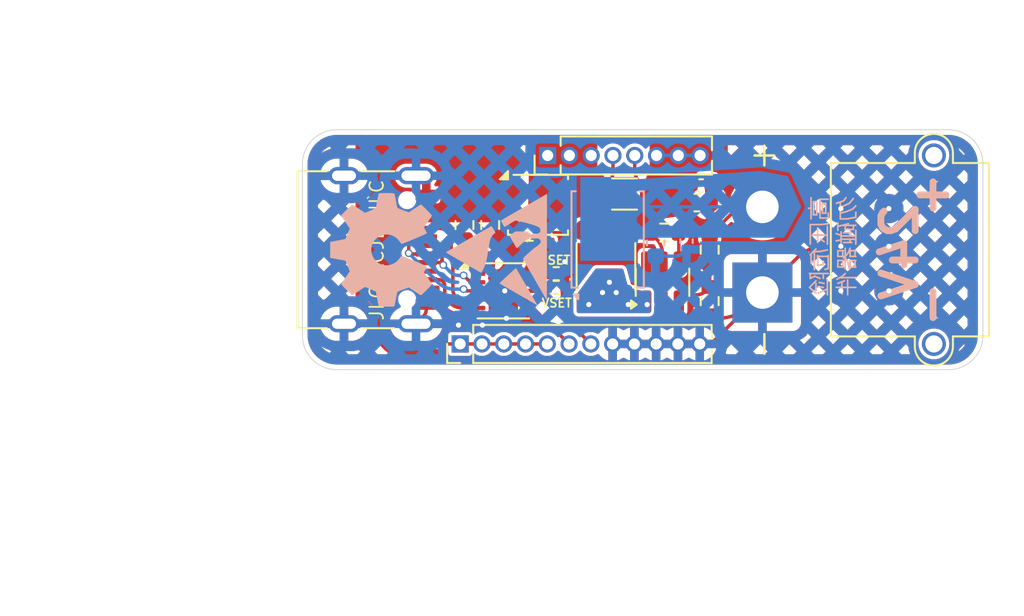
<source format=kicad_pcb>
(kicad_pcb (version 20240108) (generator "pcbnew") (generator_version "8.0")
  (layers (0 "F.Cu" signal) (31 "B.Cu" signal) (34 "B.Paste" user) (35 "F.Paste" user) (36 "B.SilkS" user "B.Silkscreen") (37 "F.SilkS" user "F.Silkscreen") (38 "B.Mask" user) (39 "F.Mask" user) (44 "Edge.Cuts" user))
  (net 0 "")
  (net 1 "GND")
  (net 2 "/HUSB238/CC2")
  (net 4 "/HUSB238/D-")
  (net 5 "/HUSB238/CC1")
  (net 6 "/HUSB238/D+")
  (net 8 "Net-(U1-ISET)")
  (net 9 "Net-(U1-VSET)")
  (net 10 "Net-(U1-VIN)")
  (net 11 "/HUSB238/SCL")
  (net 12 "/HUSB238/SDA")
  (net 13 "Net-(U2-FB)")
  (net 14 "Net-(U3-G)")
  (net 15 "/VIN-")
  (net 16 "/VIN+")
  (net 17 "+24V")
  (net 18 "/VBUS")
  (net 19 "Net-(U2-EN)")
  (net 20 "/MT3608-24V/SW")
  (net 22 "/HUSB238/gate")
  (footprint "Resistor_SMD:R_0402_1005Metric" (layer "F.Cu") (at 128.3 105.2)
    (property "Reference" "R7" (hide yes))
    (property "Value" "NC")
    (pad "1" smd roundrect (at -0.51 0) (size 0.54 0.64) (layers "F.Cu" "F.Paste" "F.Mask") (net 9 "Net-(U1-VSET)"))
    (pad "2" smd roundrect (at 0.51 0) (size 0.54 0.64) (layers "F.Cu" "F.Paste" "F.Mask") (net 1 "GND"))
  )
  (footprint "Connector_AMASS:AMASS_XT30PW-M_1x02_P2.50mm_Horizontal" (layer "F.Cu") (at 140.325 105.5 -90)
    (property "Reference" "J2" (hide yes))
    (property "Value" "Conn_01x02_Pin")
    (fp_text user "+" (at -8 0 90) (layer "F.SilkS") (effects (font (size 1.5 1.5))))
    (fp_text user "-" (at 3 0 90) (layer "F.SilkS") (effects (font (size 1.5 1.5))))
    (pad "" thru_hole circle (at -8 -10 270) (size 1.4 1.4) (drill 1) (layers "*.Cu" "*.Mask"))
    (pad "" thru_hole circle (at 3 -10 270) (size 1.4 1.4) (drill 1) (layers "*.Cu" "*.Mask"))
    (pad "1" thru_hole rect (at 0 0 270) (size 3.5 3.5) (drill 1.9) (layers "*.Cu" "*.Mask") (net 1 "GND"))
    (pad "2" thru_hole circle (at -5 0 270) (size 3.5 3.5) (drill 1.9) (layers "*.Cu" "*.Mask") (net 17 "+24V"))
  )
  (footprint "Connector_USB:USB_C_Receptacle_G-Switch_GT-USB-7010ASV" (layer "F.Cu") (at 117 103 -90)
    (property "Reference" "J1" (hide yes))
    (property "Value" "USB_C_Receptacle_USB2.0_16P")
    (pad "" np_thru_hole circle (at -2.89 -2.605 270) (size 0.65 0.65) (drill 0.65) (layers "*.Cu" "*.Mask"))
    (pad "" np_thru_hole circle (at 2.89 -2.605 270) (size 0.65 0.65) (drill 0.65) (layers "*.Cu" "*.Mask"))
    (pad "A1" smd rect (at -3.2 -3.725 270) (size 0.6 1.24) (layers "F.Cu" "F.Paste" "F.Mask") (net 1 "GND"))
    (pad "A4" smd rect (at -2.4 -3.725 270) (size 0.6 1.24) (layers "F.Cu" "F.Paste" "F.Mask") (net 18 "/VBUS"))
    (pad "A5" smd rect (at -1.25 -3.725 270) (size 0.3 1.24) (layers "F.Cu" "F.Paste" "F.Mask") (net 5 "/HUSB238/CC1"))
    (pad "A6" smd rect (at -0.25 -3.725 270) (size 0.3 1.24) (layers "F.Cu" "F.Paste" "F.Mask") (net 6 "/HUSB238/D+"))
    (pad "A7" smd rect (at 0.25 -3.725 270) (size 0.3 1.24) (layers "F.Cu" "F.Paste" "F.Mask") (net 4 "/HUSB238/D-"))
    (pad "A8" smd rect (at 1.25 -3.725 270) (size 0.3 1.24) (layers "F.Cu" "F.Paste" "F.Mask"))
    (pad "A9" smd rect (at 2.4 -3.725 270) (size 0.6 1.24) (layers "F.Cu" "F.Paste" "F.Mask") (net 18 "/VBUS"))
    (pad "A12" smd rect (at 3.2 -3.725 270) (size 0.6 1.24) (layers "F.Cu" "F.Paste" "F.Mask") (net 1 "GND"))
    (pad "B1" smd rect (at 3.2 -3.725 270) (size 0.6 1.24) (layers "F.Cu" "F.Paste" "F.Mask") (net 1 "GND"))
    (pad "B4" smd rect (at 2.4 -3.725 270) (size 0.6 1.24) (layers "F.Cu" "F.Paste" "F.Mask") (net 18 "/VBUS"))
    (pad "B5" smd rect (at 1.75 -3.725 270) (size 0.3 1.24) (layers "F.Cu" "F.Paste" "F.Mask") (net 2 "/HUSB238/CC2"))
    (pad "B6" smd rect (at 0.75 -3.725 270) (size 0.3 1.24) (layers "F.Cu" "F.Paste" "F.Mask") (net 6 "/HUSB238/D+"))
    (pad "B7" smd rect (at -0.75 -3.725 270) (size 0.3 1.24) (layers "F.Cu" "F.Paste" "F.Mask") (net 4 "/HUSB238/D-"))
    (pad "B8" smd rect (at -1.75 -3.725 270) (size 0.3 1.24) (layers "F.Cu" "F.Paste" "F.Mask"))
    (pad "B9" smd rect (at -2.4 -3.725 270) (size 0.6 1.24) (layers "F.Cu" "F.Paste" "F.Mask") (net 18 "/VBUS"))
    (pad "B12" smd rect (at -3.2 -3.725 270) (size 0.6 1.24) (layers "F.Cu" "F.Paste" "F.Mask") (net 1 "GND"))
    (pad "S1" thru_hole oval (at -4.32 -3.125 270) (size 1 2.1) (drill oval 0.6 1.7) (layers "*.Cu" "*.Mask") (net 1 "GND"))
    (pad "S1" thru_hole oval (at -4.32 1.075 270) (size 1 1.8) (drill oval 0.6 1.4) (layers "*.Cu" "*.Mask") (net 1 "GND"))
    (pad "S1" thru_hole oval (at 4.32 -3.125 270) (size 1 2.1) (drill oval 0.6 1.7) (layers "*.Cu" "*.Mask") (net 1 "GND"))
    (pad "S1" thru_hole oval (at 4.32 1.075 270) (size 1 1.8) (drill oval 0.6 1.4) (layers "*.Cu" "*.Mask") (net 1 "GND"))
  )
  (footprint "Inductor_SMD:L_1812_4532Metric" (layer "F.Cu") (at 131.2 104 -90)
    (property "Reference" "L1" (hide yes))
    (property "Value" "22uH")
    (pad "1" smd roundrect (at -2.1375 0 270) (size 1.125 3.4) (layers "F.Cu" "F.Paste" "F.Mask") (roundrect_rratio 0.222222) (net 15 "/VIN-"))
    (pad "2" smd roundrect (at 2.1375 0 270) (size 1.125 3.4) (layers "F.Cu" "F.Paste" "F.Mask") (roundrect_rratio 0.222222) (net 20 "/MT3608-24V/SW"))
  )
  (footprint "Capacitor_SMD:C_0402_1005Metric" (layer "F.Cu") (at 136.75 99.25)
    (property "Reference" "C2" (hide yes))
    (property "Value" "1uF")
    (pad "1" smd roundrect (at -0.48 0) (size 0.56 0.62) (layers "F.Cu" "F.Paste" "F.Mask") (net 15 "/VIN-"))
    (pad "2" smd roundrect (at 0.48 0) (size 0.56 0.62) (layers "F.Cu" "F.Paste" "F.Mask") (net 1 "GND"))
  )
  (footprint "Connector_PinHeader_1.27mm:PinHeader_1x12_P1.27mm_Vertical" (layer "F.Cu") (at 122.7 108.5 90)
    (property "Reference" "J5" (hide yes))
    (property "Value" "Conn_01x12_Pin")
    (pad "1" thru_hole rect (at 0 0 90) (size 1 1) (drill 0.65) (layers "*.Cu" "*.Mask") (net 18 "/VBUS"))
    (pad "2" thru_hole oval (at 0 1.27 90) (size 1 1) (drill 0.65) (layers "*.Cu" "*.Mask") (net 18 "/VBUS"))
    (pad "3" thru_hole oval (at 0 2.54 90) (size 1 1) (drill 0.65) (layers "*.Cu" "*.Mask") (net 18 "/VBUS"))
    (pad "4" thru_hole oval (at 0 3.81 90) (size 1 1) (drill 0.65) (layers "*.Cu" "*.Mask") (net 18 "/VBUS"))
    (pad "5" thru_hole oval (at 0 5.08 90) (size 1 1) (drill 0.65) (layers "*.Cu" "*.Mask") (net 18 "/VBUS"))
    (pad "6" thru_hole oval (at 0 6.35 90) (size 1 1) (drill 0.65) (layers "*.Cu" "*.Mask") (net 12 "/HUSB238/SDA"))
    (pad "7" thru_hole oval (at 0 7.62 90) (size 1 1) (drill 0.65) (layers "*.Cu" "*.Mask") (net 11 "/HUSB238/SCL"))
    (pad "8" thru_hole oval (at 0 8.89 90) (size 1 1) (drill 0.65) (layers "*.Cu" "*.Mask") (net 1 "GND"))
    (pad "9" thru_hole oval (at 0 10.16 90) (size 1 1) (drill 0.65) (layers "*.Cu" "*.Mask") (net 1 "GND"))
    (pad "10" thru_hole oval (at 0 11.43 90) (size 1 1) (drill 0.65) (layers "*.Cu" "*.Mask") (net 1 "GND"))
    (pad "11" thru_hole oval (at 0 12.7 90) (size 1 1) (drill 0.65) (layers "*.Cu" "*.Mask") (net 1 "GND"))
    (pad "12" thru_hole oval (at 0 13.97 90) (size 1 1) (drill 0.65) (layers "*.Cu" "*.Mask") (net 1 "GND"))
  )
  (footprint "Resistor_SMD:R_1206_3216Metric" (layer "F.Cu") (at 132.2875 99.75)
    (property "Reference" "R8" (hide yes))
    (property "Value" "20mR")
    (pad "1" smd roundrect (at -1.4625 0) (size 1.125 1.75) (layers "F.Cu" "F.Paste" "F.Mask") (roundrect_rratio 0.222222) (net 16 "/VIN+"))
    (pad "2" smd roundrect (at 1.4625 0) (size 1.125 1.75) (layers "F.Cu" "F.Paste" "F.Mask") (roundrect_rratio 0.222222) (net 15 "/VIN-"))
  )
  (footprint "Resistor_SMD:R_0603_1608Metric" (layer "F.Cu") (at 137.25 103 -90)
    (property "Reference" "R5" (hide yes))
    (property "Value" "200K")
    (pad "1" smd roundrect (at -0.825 0 270) (size 0.8 0.95) (layers "F.Cu" "F.Paste" "F.Mask") (net 17 "+24V"))
    (pad "2" smd roundrect (at 0.825 0 270) (size 0.8 0.95) (layers "F.Cu" "F.Paste" "F.Mask") (net 13 "Net-(U2-FB)"))
  )
  (footprint "Capacitor_SMD:C_0402_1005Metric" (layer "F.Cu") (at 124 103.4)
    (property "Reference" "C1" (hide yes))
    (property "Value" "1uF")
    (pad "1" smd roundrect (at -0.48 0) (size 0.56 0.62) (layers "F.Cu" "F.Paste" "F.Mask") (net 10 "Net-(U1-VIN)"))
    (pad "2" smd roundrect (at 0.48 0) (size 0.56 0.62) (layers "F.Cu" "F.Paste" "F.Mask") (net 1 "GND"))
  )
  (footprint "Package_TO_SOT_SMD:SOT-23-6" (layer "F.Cu") (at 134.5 104.9 90)
    (property "Reference" "U2" (hide yes))
    (property "Value" "MT3608")
    (pad "1" smd roundrect (at -1.1375 -0.95 90) (size 1.325 0.6) (layers "F.Cu" "F.Paste" "F.Mask") (net 20 "/MT3608-24V/SW"))
    (pad "2" smd roundrect (at -1.1375 0 90) (size 1.325 0.6) (layers "F.Cu" "F.Paste" "F.Mask") (net 1 "GND"))
    (pad "3" smd roundrect (at -1.1375 0.95 90) (size 1.325 0.6) (layers "F.Cu" "F.Paste" "F.Mask") (net 13 "Net-(U2-FB)"))
    (pad "4" smd roundrect (at 1.1375 0.95 90) (size 1.325 0.6) (layers "F.Cu" "F.Paste" "F.Mask") (net 19 "Net-(U2-EN)"))
    (pad "5" smd roundrect (at 1.1375 0 90) (size 1.325 0.6) (layers "F.Cu" "F.Paste" "F.Mask") (net 15 "/VIN-"))
    (pad "6" smd roundrect (at 1.1375 -0.95 90) (size 1.325 0.6) (layers "F.Cu" "F.Paste" "F.Mask"))
  )
  (footprint "Resistor_SMD:R_0603_1608Metric" (layer "F.Cu") (at 126.7 103)
    (property "Reference" "R3" (hide yes))
    (property "Value" "30K")
    (pad "1" smd roundrect (at -0.825 0) (size 0.8 0.95) (layers "F.Cu" "F.Paste" "F.Mask") (net 14 "Net-(U3-G)"))
    (pad "2" smd roundrect (at 0.825 0) (size 0.8 0.95) (layers "F.Cu" "F.Paste" "F.Mask") (net 22 "/HUSB238/gate"))
  )
  (footprint "Capacitor_SMD:C_0603_1608Metric" (layer "F.Cu") (at 136.5 100.25)
    (property "Reference" "C3" (hide yes))
    (property "Value" "10uF")
    (pad "1" smd roundrect (at -0.775 0) (size 0.9 0.95) (layers "F.Cu" "F.Paste" "F.Mask") (net 15 "/VIN-"))
    (pad "2" smd roundrect (at 0.775 0) (size 0.9 0.95) (layers "F.Cu" "F.Paste" "F.Mask") (net 1 "GND"))
  )
  (footprint "Resistor_SMD:R_0402_1005Metric" (layer "F.Cu") (at 128.3 104.4)
    (property "Reference" "R4" (hide yes))
    (property "Value" "10.5K")
    (pad "1" smd roundrect (at -0.51 0) (size 0.54 0.64) (layers "F.Cu" "F.Paste" "F.Mask") (net 8 "Net-(U1-ISET)"))
    (pad "2" smd roundrect (at 0.51 0) (size 0.54 0.64) (layers "F.Cu" "F.Paste" "F.Mask") (net 1 "GND"))
  )
  (footprint "Resistor_SMD:R_0603_1608Metric" (layer "F.Cu") (at 134.6 102)
    (property "Reference" "R9" (hide yes))
    (property "Value" "100K")
    (pad "1" smd roundrect (at -0.825 0) (size 0.8 0.95) (layers "F.Cu" "F.Paste" "F.Mask") (net 15 "/VIN-"))
    (pad "2" smd roundrect (at 0.825 0) (size 0.8 0.95) (layers "F.Cu" "F.Paste" "F.Mask") (net 19 "Net-(U2-EN)"))
  )
  (footprint "Connector_PinHeader_1.27mm:PinHeader_1x08_P1.27mm_Vertical" (layer "F.Cu") (at 127.8 97.5 90)
    (property "Reference" "J4" (hide yes))
    (property "Value" "Conn_01x08_Pin")
    (pad "1" thru_hole rect (at 0 0 90) (size 1 1) (drill 0.65) (layers "*.Cu" "*.Mask") (net 16 "/VIN+"))
    (pad "2" thru_hole oval (at 0 1.27 90) (size 1 1) (drill 0.65) (layers "*.Cu" "*.Mask") (net 16 "/VIN+"))
    (pad "3" thru_hole oval (at 0 2.54 90) (size 1 1) (drill 0.65) (layers "*.Cu" "*.Mask") (net 16 "/VIN+"))
    (pad "4" thru_hole oval (at 0 3.81 90) (size 1 1) (drill 0.65) (layers "*.Cu" "*.Mask") (net 16 "/VIN+"))
    (pad "5" thru_hole oval (at 0 5.08 90) (size 1 1) (drill 0.65) (layers "*.Cu" "*.Mask") (net 15 "/VIN-"))
    (pad "6" thru_hole oval (at 0 6.35 90) (size 1 1) (drill 0.65) (layers "*.Cu" "*.Mask") (net 15 "/VIN-"))
    (pad "7" thru_hole oval (at 0 7.62 90) (size 1 1) (drill 0.65) (layers "*.Cu" "*.Mask") (net 15 "/VIN-"))
    (pad "8" thru_hole oval (at 0 8.89 90) (size 1 1) (drill 0.65) (layers "*.Cu" "*.Mask") (net 15 "/VIN-"))
  )
  (footprint "Resistor_SMD:R_0603_1608Metric" (layer "F.Cu") (at 124.45 101.56 -90)
    (property "Reference" "R2" (hide yes))
    (property "Value" "100K")
    (pad "1" smd roundrect (at -0.825 0 270) (size 0.8 0.95) (layers "F.Cu" "F.Paste" "F.Mask") (net 18 "/VBUS"))
    (pad "2" smd roundrect (at 0.825 0 270) (size 0.8 0.95) (layers "F.Cu" "F.Paste" "F.Mask") (net 14 "Net-(U3-G)"))
  )
  (footprint "Resistor_SMD:R_0603_1608Metric" (layer "F.Cu") (at 122.95 101.56 -90)
    (property "Reference" "R1" (hide yes))
    (property "Value" "10R")
    (pad "1" smd roundrect (at -0.825 0 270) (size 0.8 0.95) (layers "F.Cu" "F.Paste" "F.Mask") (net 18 "/VBUS"))
    (pad "2" smd roundrect (at 0.825 0 270) (size 0.8 0.95) (layers "F.Cu" "F.Paste" "F.Mask") (net 10 "Net-(U1-VIN)"))
  )
  (footprint "Package_DFN_QFN:DFN-10-1EP_3x3mm_P0.5mm_EP1.7x2.5mm" (layer "F.Cu") (at 125.2175 105.4)
    (property "Reference" "U1" (hide yes))
    (property "Value" "HUSB238")
    (pad "1" smd roundrect (at -1.4625 -1) (size 0.825 0.25) (layers "F.Cu" "F.Paste" "F.Mask") (net 10 "Net-(U1-VIN)"))
    (pad "2" smd roundrect (at -1.4625 -0.5) (size 0.825 0.25) (layers "F.Cu" "F.Paste" "F.Mask") (net 6 "/HUSB238/D+"))
    (pad "3" smd roundrect (at -1.4625 0) (size 0.825 0.25) (layers "F.Cu" "F.Paste" "F.Mask") (net 4 "/HUSB238/D-"))
    (pad "4" smd roundrect (at -1.4625 0.5) (size 0.825 0.25) (layers "F.Cu" "F.Paste" "F.Mask") (net 5 "/HUSB238/CC1"))
    (pad "5" smd roundrect (at -1.4625 1) (size 0.825 0.25) (layers "F.Cu" "F.Paste" "F.Mask") (net 2 "/HUSB238/CC2"))
    (pad "6" smd roundrect (at 1.4625 1) (size 0.825 0.25) (layers "F.Cu" "F.Paste" "F.Mask") (net 12 "/HUSB238/SDA"))
    (pad "7" smd roundrect (at 1.4625 0.5) (size 0.825 0.25) (layers "F.Cu" "F.Paste" "F.Mask") (net 11 "/HUSB238/SCL"))
    (pad "8" smd roundrect (at 1.4625 0) (size 0.825 0.25) (layers "F.Cu" "F.Paste" "F.Mask") (net 9 "Net-(U1-VSET)"))
    (pad "9" smd roundrect (at 1.4625 -0.5) (size 0.825 0.25) (layers "F.Cu" "F.Paste" "F.Mask") (net 8 "Net-(U1-ISET)"))
    (pad "10" smd roundrect (at 1.4625 -1) (size 0.825 0.25) (layers "F.Cu" "F.Paste" "F.Mask") (net 22 "/HUSB238/gate"))
    (pad "11" smd rect (at 0 0) (size 1.7 2.5) (property pad_prop_heatsink) (layers "F.Cu" "F.Mask") (net 1 "GND"))
  )
  (footprint "Resistor_SMD:R_0603_1608Metric" (layer "F.Cu") (at 137.25 106 -90)
    (property "Reference" "R6" (hide yes))
    (property "Value" "5.1K")
    (pad "1" smd roundrect (at -0.825 0 270) (size 0.8 0.95) (layers "F.Cu" "F.Paste" "F.Mask") (net 13 "Net-(U2-FB)"))
    (pad "2" smd roundrect (at 0.825 0 270) (size 0.8 0.95) (layers "F.Cu" "F.Paste" "F.Mask") (net 1 "GND"))
  )
  (footprint "Package_SON:VSON-8_3.3x3.3mm_P0.65mm_NexFET" (layer "F.Cu") (at 127.24 100.37)
    (property "Reference" "U3" (hide yes))
    (property "Value" "CSD25402Q3A")
    (pad "1" smd roundrect (at -1.44 -0.97) (size 0.63 0.5) (layers "F.Cu" "F.Paste" "F.Mask") (net 18 "/VBUS"))
    (pad "2" smd roundrect (at -1.44 -0.33) (size 0.63 0.5) (layers "F.Cu" "F.Paste" "F.Mask") (net 18 "/VBUS"))
    (pad "3" smd roundrect (at -1.44 0.33) (size 0.63 0.5) (layers "F.Cu" "F.Paste" "F.Mask") (net 18 "/VBUS"))
    (pad "4" smd roundrect (at -1.44 0.97) (size 0.63 0.5) (layers "F.Cu" "F.Paste" "F.Mask") (net 14 "Net-(U3-G)"))
    (pad "5" smd custom (at 0.385 0) (size 1.9 2.45) (layers "F.Cu" "F.Mask") (net 16 "/VIN+") (options (clearance outline) (anchor rect)) (primitives (gr_poly (pts (xy 1.371 -0.72) (xy 0.95 -0.72) (xy 0.95 -0.58) (xy 1.37 -0.58) (xy 1.37 -0.08) (xy 0.95 -0.08) (xy 0.95 0.08) (xy 1.37 0.08) (xy 1.37 0.58) (xy 0.95 0.58) (xy 0.95 0.72) (xy 1.37 0.72) (xy 1.37 1.225) (xy -0.95 1.225) (xy -0.95 -1.225) (xy 1.371 -1.225)) (width 0) (fill yes))))
  )
  (footprint "Symbol:OSHW-Symbol_6.7x6mm_SilkScreen" (layer "B.Cu") (at 118.1 103 -90)
    (property "Reference" "REF**" (hide yes))
    (property "Value" "OSHW-Symbol_6.7x6mm_SilkScreen" (hide yes))
  )
  (footprint "Package_TO_SOT_SMD:TO-277B" (layer "B.Cu") (at 131.3 102.4)
    (property "Reference" "D2" (hide yes))
    (property "Value" "D_Schottky")
    (pad "1" smd rect (at 0 -1.2) (size 3.2 4.9) (layers "B.Cu" "B.Mask") (net 17 "+24V"))
    (pad "2" smd roundrect (at -0.97 3.15) (size 0.95 1) (layers "B.Cu" "B.Paste" "B.Mask") (net 20 "/MT3608-24V/SW"))
    (pad "2" smd roundrect (at 0.97 3.15) (size 0.95 1) (layers "B.Cu" "B.Paste" "B.Mask") (net 20 "/MT3608-24V/SW"))
  )
  (footprint "Capacitor_SMD:C_0603_1608Metric" (layer "B.Cu") (at 134.1 102.6 -90)
    (property "Reference" "C4" (hide yes))
    (property "Value" "10uF")
    (pad "1" smd roundrect (at -0.775 0 270) (size 0.9 0.95) (layers "B.Cu" "B.Paste" "B.Mask") (net 17 "+24V"))
    (pad "2" smd roundrect (at 0.775 0 270) (size 0.9 0.95) (layers "B.Cu" "B.Paste" "B.Mask") (net 1 "GND"))
  )
  (footprint "Symbol:ESD-Logo_6.6x6mm_SilkScreen" (layer "B.Cu") (at 124.8 103 -90)
    (property "Reference" "REF**" (hide yes))
    (property "Value" "ESD-Logo_6.6x6mm_SilkScreen" (hide yes))
  )
  (footprint "Capacitor_SMD:C_0402_1005Metric" (layer "B.Cu") (at 135.9 102.5 -90)
    (property "Reference" "C5" (hide yes))
    (property "Value" "1uF")
    (pad "1" smd roundrect (at -0.48 0 270) (size 0.56 0.62) (layers "B.Cu" "B.Paste" "B.Mask") (net 17 "+24V"))
    (pad "2" smd roundrect (at 0.48 0 270) (size 0.56 0.62) (layers "B.Cu" "B.Paste" "B.Mask") (net 1 "GND"))
  )
  (gr_arc (start 151.1858 96) (mid 152.6 96.585786) (end 153.185786 98.007483) (stroke (width 0.05)) (layer "Edge.Cuts"))
  (gr_line (start 113.5 108) (end 113.5 98) (stroke (width 0.05)) (layer "Edge.Cuts"))
  (gr_arc (start 153.185786 108) (mid 152.6 109.414214) (end 151.185786 110) (stroke (width 0.05)) (layer "Edge.Cuts"))
  (gr_line (start 151.185786 110) (end 115.5 110) (stroke (width 0.05)) (layer "Edge.Cuts"))
  (gr_line (start 153.185786 98.007483) (end 153.185786 108) (stroke (width 0.05)) (layer "Edge.Cuts"))
  (gr_arc (start 115.5 110) (mid 114.085786 109.414214) (end 113.5 108) (stroke (width 0.05)) (layer "Edge.Cuts"))
  (gr_arc (start 113.5 98) (mid 114.085786 96.585786) (end 115.5 96) (stroke (width 0.05)) (layer "Edge.Cuts"))
  (gr_line (start 115.5 96) (end 151.1858 96) (stroke (width 0.05)) (layer "Edge.Cuts"))
  (gr_text "高压危险\n勿碰器件" (at 145.9 99.8 90) (layer "B.SilkS") (effects (font (size 1 1) (thickness 0.1)) (justify left bottom mirror)))
  (gr_text "24V" (at 149.5 100.1 90) (layer "B.SilkS") (effects (font (size 2 2) (thickness 0.4) (bold yes)) (justify left bottom mirror)))
  (gr_text "+" (at 151.3 98.3 90) (layer "B.SilkS") (effects (font (size 2 2) (thickness 0.4) (bold yes)) (justify left bottom mirror)))
  (gr_text "-" (at 151.3 104.7 90) (layer "B.SilkS") (effects (font (size 2 2) (thickness 0.4) (bold yes)) (justify left bottom mirror)))
  (gr_text "JLCJLCJLCJLC" (at 118.3 107.2 90) (layer "F.SilkS") (effects (font (size 0.8 0.8) (thickness 0.1)) (justify left bottom)))
  (gr_text "ISET" (at 127.5 103.9 0) (layer "F.SilkS") (effects (font (size 0.5 0.5) (thickness 0.1)) (justify left bottom)))
  (gr_text "VSET" (at 127.4 106.4 0) (layer "F.SilkS") (effects (font (size 0.5 0.5) (thickness 0.1)) (justify left bottom)))
  (segment (start 136.3725 108.5) (end 134.15 108.5) (width 0.2) (layer "F.Cu") (net 1))
  (segment (start 137.764339 107) (end 135.200001 107) (width 0.2) (layer "F.Cu") (net 1))
  (segment (start 124.575 106.375) (end 124.575 104.925) (width 0.2) (layer "F.Cu") (net 1))
  (segment (start 124.18 107.32) (end 124.136568 107.32) (width 0.2) (layer "F.Cu") (net 1))
  (segment (start 137.0075 108.5) (end 136.3725 108.5) (width 0.2) (layer "F.Cu") (net 1))
  (segment (start 137.2525 100.2275) (end 137.275 100.25) (width 0.2) (layer "F.Cu") (net 1))
  (segment (start 124.35071 107.249289) (end 124.868911 106.731088) (width 0.2) (layer "F.Cu") (net 1))
  (segment (start 120.541152 99.096152) (end 120.125 98.68) (width 0.2) (layer "F.Cu") (net 1))
  (segment (start 136.951256 107) (end 134.841421 107) (width 0.2) (layer "F.Cu") (net 1))
  (segment (start 137.23 100.17318) (end 137.23 99.26) (width 0.2) (layer "F.Cu") (net 1))
  (segment (start 122.6 107.4) (end 122.64 107.36) (width 0.2) (layer "F.Cu") (net 1))
  (segment (start 124.04 107.36) (end 124 107.4) (width 0.2) (layer "F.Cu") (net 1))
  (segment (start 123.863431 107.32) (end 122.736568 107.32) (width 0.2) (layer "F.Cu") (net 1))
  (segment (start 141.075 104.75) (end 139.575 106.25) (width 0.2) (layer "F.Cu") (net 1))
  (segment (start 134.5 106.658578) (end 134.5 106.0375) (width 0.2) (layer "F.Cu") (net 1))
  (segment (start 120.424999 107.019999) (end 120.541152 106.903847) (width 0.2) (layer "F.Cu") (net 1))
  (segment (start 123.96 107.36) (end 124 107.4) (width 0.2) (layer "F.Cu") (net 1))
  (segment (start 144.9 102.8) (end 143.9625 102.8) (width 0.2) (layer "F.Cu") (net 1))
  (segment (start 137.1625 106.9125) (end 137.25 106.825) (width 0.2) (layer "F.Cu") (net 1))
  (segment (start 122.6 107.4) (end 122.56 107.36) (width 0.2) (layer "F.Cu") (net 1))
  (segment (start 139.575 106.25) (end 141.075 104.75) (width 0.2) (layer "F.Cu") (net 1))
  (segment (start 137.24 99.25) (end 137.25 99.25) (width 0.2) (layer "F.Cu") (net 1))
  (segment (start 125.3 105.4) (end 125.2175 105.4) (width 0.2) (layer "F.Cu") (net 1))
  (segment (start 134.5 105.6375) (end 134.5 106.299999) (width 0.2) (layer "F.Cu") (net 1))
  (segment (start 120.725 106.46) (end 120.725 106.2) (width 0.2) (layer "F.Cu") (net 1))
  (segment (start 137.549506 108.275493) (end 139.575 106.25) (width 0.2) (layer "F.Cu") (net 1))
  (segment (start 125.3 105.4) (end 125.25875 105.89125) (width 0.2) (layer "F.Cu") (net 1))
  (segment (start 120.725 99.54) (end 120.725 99.8) (width 0.2) (layer "F.Cu") (net 1))
  (segment (start 120.549264 107.32) (end 122.463431 107.32) (width 0.2) (layer "F.Cu") (net 1))
  (segment (start 142.362087 103.462912) (end 141.075 104.75) (width 0.2) (layer "F.Cu") (net 1))
  (via (at 144.9 102.8) (size 0.45) (drill 0.3) (layers "F.Cu" "B.Cu") (net 1))
  (via (at 144.9 105.4) (size 0.45) (drill 0.3) (layers "F.Cu" "B.Cu") (net 1))
  (via (at 125.4 107) (size 0.45) (drill 0.3) (layers "F.Cu" "B.Cu") (net 1))
  (via (at 125.3 105.4) (size 0.45) (drill 0.3) (layers "F.Cu" "B.Cu") (net 1))
  (via (at 124 107.4) (size 0.45) (drill 0.3) (layers "F.Cu" "B.Cu") (net 1))
  (via (at 147.7 100.6) (size 0.45) (drill 0.3) (layers "F.Cu" "B.Cu") (net 1))
  (via (at 147.7 102.8) (size 0.45) (drill 0.3) (layers "F.Cu" "B.Cu") (net 1))
  (via (at 144.9 100.6) (size 0.45) (drill 0.3) (layers "F.Cu" "B.Cu") (net 1))
  (via (at 147.7 105.4) (size 0.45) (drill 0.3) (layers "F.Cu" "B.Cu") (net 1))
  (via (at 122.6 107.4) (size 0.45) (drill 0.3) (layers "F.Cu" "B.Cu") (net 1))
  (via (at 128.8 103.7) (size 0.45) (drill 0.3) (layers "F.Cu" "B.Cu") (net 1))
  (arc (start 137.24 99.25) (mid 137.232928 99.252928) (end 137.23 99.26) (width 0.2) (layer "F.Cu") (net 1))
  (arc (start 143.9625 102.8) (mid 143.096362 102.972285) (end 142.362087 103.462912) (width 0.2) (layer "F.Cu") (net 1))
  (arc (start 134.6 106.9) (mid 134.710764 106.97401) (end 134.841421 107) (width 0.2) (layer "F.Cu") (net 1))
  (arc (start 122.736568 107.32) (mid 122.684305 107.330395) (end 122.64 107.36) (width 0.2) (layer "F.Cu") (net 1))
  (arc (start 120.424999 107.019999) (mid 120.386904 107.211514) (end 120.549264 107.32) (width 0.2) (layer "F.Cu") (net 1))
  (arc (start 139.575 106.25) (mid 138.744261 106.805081) (end 137.764339 107) (width 0.2) (layer "F.Cu") (net 1))
  (arc (start 124.136568 107.32) (mid 124.084305 107.330395) (end 124.04 107.36) (width 0.2) (layer "F.Cu") (net 1))
  (arc (start 139.575 106.25) (mid 139.575 106.25) (end 139.575 106.25) (width 0.2) (layer "F.Cu") (net 1))
  (arc (start 124.35071 107.249289) (mid 124.272387 107.301622) (end 124.18 107.32) (width 0.2) (layer "F.Cu") (net 1))
  (arc (start 123.96 107.36) (mid 123.915693 107.330395) (end 123.863431 107.32) (width 0.2) (layer "F.Cu") (net 1))
  (arc (start 125.25875 105.89125) (mid 125.138251 106.345714) (end 124.868911 106.731088) (width 0.2) (layer "F.Cu") (net 1))
  (arc (start 137.23 100.17318) (mid 137.235847 100.202577) (end 137.2525 100.2275) (width 0.2) (layer "F.Cu") (net 1))
  (arc (start 137.549506 108.275493) (mid 137.300831 108.441652) (end 137.0075 108.5) (width 0.2) (layer "F.Cu") (net 1))
  (arc (start 122.56 107.36) (mid 122.515693 107.330395) (end 122.463431 107.32) (width 0.2) (layer "F.Cu") (net 1))
  (arc (start 134.5 106.658578) (mid 134.525989 106.789234) (end 134.6 106.9) (width 0.2) (layer "F.Cu") (net 1))
  (arc (start 137.1625 106.9125) (mid 137.06558 106.977259) (end 136.951256 107) (width 0.2) (layer "F.Cu") (net 1))
  (arc (start 120.725 106.46) (mid 120.677219 106.700208) (end 120.541152 106.903847) (width 0.2) (layer "F.Cu") (net 1))
  (arc (start 120.541152 99.096152) (mid 120.677219 99.299791) (end 120.725 99.54) (width 0.2) (layer "F.Cu") (net 1))
  (segment (start 135.7025 103.1775) (end 135.9 102.98) (width 0.2) (layer "B.Cu") (net 1))
  (segment (start 135.225692 103.375) (end 134.1 103.375) (width 0.2) (layer "B.Cu") (net 1))
  (arc (start 135.7025 103.1775) (mid 135.483738 103.323671) (end 135.225692 103.375) (width 0.2) (layer "B.Cu") (net 1))
  (segment (start 121.8 105.099956) (end 121.8 105.3775) (width 0.2) (layer "F.Cu") (net 2))
  (segment (start 121.450043 104.75) (end 120.725 104.75) (width 0.2) (layer "F.Cu") (net 2))
  (segment (start 122.1 106.1) (end 122.098752 106.098752) (width 0.2) (layer "F.Cu") (net 2))
  (segment (start 122.824264 106.4) (end 123.755 106.4) (width 0.2) (layer "F.Cu") (net 2))
  (arc (start 122.1 106.1) (mid 122.432295 106.322032) (end 122.824264 106.4) (width 0.2) (layer "F.Cu") (net 2))
  (arc (start 121.8 105.3775) (mid 121.877643 105.767838) (end 122.098752 106.098752) (width 0.2) (layer "F.Cu") (net 2))
  (arc (start 121.6975 104.8525) (mid 121.773361 104.966033) (end 121.8 105.099956) (width 0.2) (layer "F.Cu") (net 2))
  (arc (start 121.6975 104.8525) (mid 121.583965 104.776638) (end 121.450043 104.75) (width 0.2) (layer "F.Cu") (net 2))
  (segment (start 123.07071 105.4) (end 123.755 105.4) (width 0.2) (layer "F.Cu") (net 4))
  (segment (start 122.95 105.35) (end 122.9 105.3) (width 0.2) (layer "F.Cu") (net 4))
  (segment (start 119.7 103.2) (end 119.725 103.225) (width 0.2) (layer "F.Cu") (net 4))
  (segment (start 119.964601 102.25) (end 120.725 102.25) (width 0.2) (layer "F.Cu") (net 4))
  (segment (start 119.7 102.514601) (end 119.7 103.2) (width 0.2) (layer "F.Cu") (net 4))
  (segment (start 119.785355 103.25) (end 120.725 103.25) (width 0.2) (layer "F.Cu") (net 4))
  (via (at 122.9 105.3) (size 0.45) (drill 0.3) (layers "F.Cu" "B.Cu") (net 4))
  (via (at 119.7 103.2) (size 0.45) (drill 0.3) (layers "F.Cu" "B.Cu") (net 4))
  (arc (start 122.95 105.35) (mid 123.005382 105.387005) (end 123.07071 105.4) (width 0.2) (layer "F.Cu") (net 4))
  (arc (start 119.725 103.225) (mid 119.752691 103.243502) (end 119.785355 103.25) (width 0.2) (layer "F.Cu") (net 4))
  (arc (start 119.964601 102.25) (mid 119.863342 102.270141) (end 119.7775 102.3275) (width 0.2) (layer "F.Cu") (net 4))
  (arc (start 119.7775 102.3275) (mid 119.720141 102.413342) (end 119.7 102.514601) (width 0.2) (layer "F.Cu") (net 4))
  (segment (start 122.9 105.3) (end 122.35 105.3) (width 0.2) (layer "B.Cu") (net 4))
  (segment (start 119.7 103.2) (end 121.411091 104.911091) (width 0.2) (layer "B.Cu") (net 4))
  (arc (start 121.411091 104.911091) (mid 121.841866 105.198925) (end 122.35 105.3) (width 0.2) (layer "B.Cu") (net 4))
  (segment (start 122.175 103.304289) (end 122.175 102.47552) (width 0.2) (layer "F.Cu") (net 5))
  (segment (start 121.449479 101.75) (end 120.725 101.75) (width 0.2) (layer "F.Cu") (net 5))
  (segment (start 122.275 105.34519) (end 122.275 103.54571) (width 0.2) (layer "F.Cu") (net 5))
  (segment (start 122.829809 105.9) (end 123.755 105.9) (width 0.2) (layer "F.Cu") (net 5))
  (arc (start 122.225 103.425) (mid 122.262005 103.480382) (end 122.275 103.54571) (width 0.2) (layer "F.Cu") (net 5))
  (arc (start 122.275 105.34519) (mid 122.317232 105.557506) (end 122.4375 105.7375) (width 0.2) (layer "F.Cu") (net 5))
  (arc (start 121.9625 101.9625) (mid 122.119773 102.197875) (end 122.175 102.47552) (width 0.2) (layer "F.Cu") (net 5))
  (arc (start 121.9625 101.9625) (mid 121.727124 101.805226) (end 121.449479 101.75) (width 0.2) (layer "F.Cu") (net 5))
  (arc (start 122.4375 105.7375) (mid 122.617493 105.857767) (end 122.829809 105.9) (width 0.2) (layer "F.Cu") (net 5))
  (arc (start 122.175 103.304289) (mid 122.187994 103.369617) (end 122.225 103.425) (width 0.2) (layer "F.Cu") (net 5))
  (segment (start 121.645 103.579289) (end 121.645 102.835355) (width 0.2) (layer "F.Cu") (net 6))
  (segment (start 121.645 103.72071) (end 121.645 103.771412) (width 0.2) (layer "F.Cu") (net 6))
  (segment (start 122.9 104.499997) (end 123.139137 104.739134) (width 0.2) (layer "F.Cu") (net 6))
  (segment (start 121.474289 103.75) (end 120.725 103.75) (width 0.2) (layer "F.Cu") (net 6))
  (segment (start 121.645 103.579289) (end 121.645 103.72071) (width 0.2) (layer "F.Cu") (net 6))
  (segment (start 123.527501 104.9) (end 123.755 104.9) (width 0.2) (layer "F.Cu") (net 6))
  (segment (start 121.680141 103.85625) (end 121.715282 103.891391) (width 0.2) (layer "F.Cu") (net 6))
  (segment (start 121.559644 102.75) (end 120.725 102.75) (width 0.2) (layer "F.Cu") (net 6))
  (via (at 121.715282 103.891391) (size 0.45) (drill 0.3) (layers "F.Cu" "B.Cu") (net 6))
  (via (at 122.9 104.499997) (size 0.45) (drill 0.3) (layers "F.Cu" "B.Cu") (net 6))
  (arc (start 121.62 102.775) (mid 121.592308 102.756497) (end 121.559644 102.75) (width 0.2) (layer "F.Cu") (net 6))
  (arc (start 121.595 103.7) (mid 121.632005 103.644617) (end 121.645 103.579289) (width 0.2) (layer "F.Cu") (net 6))
  (arc (start 121.645 103.72071) (mid 121.626919 103.69365) (end 121.595 103.7) (width 0.2) (layer "F.Cu") (net 6))
  (arc (start 121.595 103.7) (mid 121.539617 103.737005) (end 121.474289 103.75) (width 0.2) (layer "F.Cu") (net 6))
  (arc (start 121.645 103.771412) (mid 121.654132 103.817326) (end 121.680141 103.85625) (width 0.2) (layer "F.Cu") (net 6))
  (arc (start 123.139137 104.739134) (mid 123.31732 104.858192) (end 123.527501 104.9) (width 0.2) (layer "F.Cu") (net 6))
  (arc (start 121.62 102.775) (mid 121.638502 102.802691) (end 121.645 102.835355) (width 0.2) (layer "F.Cu") (net 6))
  (segment (start 122.611944 104.499997) (end 122.9 104.499997) (width 0.2) (layer "B.Cu") (net 6))
  (segment (start 122.120201 104.29631) (end 121.715282 103.891391) (width 0.2) (layer "B.Cu") (net 6))
  (arc (start 122.120201 104.29631) (mid 122.345814 104.44706) (end 122.611944 104.499997) (width 0.2) (layer "B.Cu") (net 6))
  (segment (start 126.68 104.9) (end 127.151076 104.9) (width 0.2) (layer "F.Cu") (net 8))
  (segment (start 127.151076 104.9) (end 127.651076 104.4) (width 0.2) (layer "F.Cu") (net 8))
  (segment (start 127.651076 104.4) (end 127.79 104.4) (width 0.2) (layer "F.Cu") (net 8))
  (segment (start 127.79 105.2) (end 127.59 105.4) (width 0.2) (layer "F.Cu") (net 9))
  (segment (start 127.59 105.4) (end 126.68 105.4) (width 0.2) (layer "F.Cu") (net 9))
  (segment (start 123.52 103.998829) (end 123.52 103.6225) (width 0.2) (layer "F.Cu") (net 10))
  (segment (start 123.6375 104.2825) (end 123.755 104.4) (width 0.2) (layer "F.Cu") (net 10))
  (segment (start 123.362668 102.797668) (end 122.95 102.385) (width 0.2) (layer "F.Cu") (net 10))
  (segment (start 123.52 103.1775) (end 123.52 103.6225) (width 0.2) (layer "F.Cu") (net 10))
  (arc (start 123.362668 102.797668) (mid 123.47911 102.971936) (end 123.52 103.1775) (width 0.2) (layer "F.Cu") (net 10))
  (arc (start 123.52 103.998829) (mid 123.550537 104.15235) (end 123.6375 104.2825) (width 0.2) (layer "F.Cu") (net 10))
  (segment (start 127.2 105.9) (end 126.68 105.9) (width 0.2) (layer "F.Cu") (net 11))
  (segment (start 128.087695 106.267695) (end 130.32 108.5) (width 0.2) (layer "F.Cu") (net 11))
  (arc (start 128.087695 106.267695) (mid 127.680417 105.99556) (end 127.2 105.9) (width 0.2) (layer "F.Cu") (net 11))
  (segment (start 126.95 106.4) (end 126.68 106.4) (width 0.2) (layer "F.Cu") (net 12))
  (segment (start 129.05 108.5) (end 126.95 106.4) (width 0.2) (layer "F.Cu") (net 12))
  (segment (start 137.25 104.847963) (end 137.25 103.825) (width 0.2) (layer "F.Cu") (net 13))
  (segment (start 136.460463 105.6375) (end 135.45 105.6375) (width 0.2) (layer "F.Cu") (net 13))
  (arc (start 137.25 104.847963) (mid 137.1899 105.150105) (end 137.01875 105.40625) (width 0.2) (layer "F.Cu") (net 13))
  (arc (start 137.01875 105.40625) (mid 136.762605 105.5774) (end 136.460463 105.6375) (width 0.2) (layer "F.Cu") (net 13))
  (segment (start 125.26 102.385) (end 125.875 103) (width 0.2) (layer "F.Cu") (net 14))
  (segment (start 124.45 102.385) (end 125.26 102.385) (width 0.2) (layer "F.Cu") (net 14))
  (segment (start 124.755 102.385) (end 125.8 101.34) (width 0.2) (layer "F.Cu") (net 14))
  (segment (start 125.875 103) (end 125.875 101.415) (width 0.2) (layer "F.Cu") (net 14))
  (segment (start 125.875 101.415) (end 125.8 101.34) (width 0.2) (layer "F.Cu") (net 14))
  (segment (start 124.45 102.385) (end 124.755 102.385) (width 0.2) (layer "F.Cu") (net 14))
  (segment (start 133.949999 99.549999) (end 133.904679 99.59532) (width 0.2) (layer "F.Cu") (net 15))
  (segment (start 135.42 97.5) (end 136.393015 97.5) (width 0.2) (layer "F.Cu") (net 15))
  (segment (start 133.53125 99.75) (end 133.3125 99.75) (width 0.2) (layer "F.Cu") (net 15))
  (segment (start 136.27 98.216984) (end 136.27 99.25) (width 0.2) (layer "F.Cu") (net 15))
  (segment (start 131.792179 101.70782) (end 133.59532 99.904679) (width 0.2) (layer "F.Cu") (net 15))
  (segment (start 134.603553 100.25) (end 135.4975 100.25) (width 0.2) (layer "F.Cu") (net 15))
  (segment (start 134 100) (end 133.904679 99.904679) (width 0.2) (layer "F.Cu") (net 15))
  (segment (start 133.59532 99.59532) (end 133.315 99.315) (width 0.2) (layer "F.Cu") (net 15))
  (segment (start 134.1375 102.3625) (end 133.775 102) (width 0.2) (layer "F.Cu") (net 15))
  (segment (start 134.15 97.5) (end 135.42 97.5) (width 0.2) (layer "F.Cu") (net 15))
  (segment (start 136.27 99.25) (end 135.885866 99.634133) (width 0.2) (layer "F.Cu") (net 15))
  (segment (start 131.41875 101.8625) (end 131.2 101.8625) (width 0.2) (layer "F.Cu") (net 15))
  (segment (start 132.88 98.264817) (end 132.88 97.5) (width 0.2) (layer "F.Cu") (net 15))
  (segment (start 134.15 99.067157) (end 134.15 97.5) (width 0.2) (layer "F.Cu") (net 15))
  (segment (start 134.5 103.237652) (end 134.5 103.7625) (width 0.2) (layer "F.Cu") (net 15))
  (arc (start 134.1375 102.3625) (mid 134.405789 102.764023) (end 134.5 103.237652) (width 0.2) (layer "F.Cu") (net 15))
  (arc (start 134 100) (mid 134.276912 100.185027) (end 134.603553 100.25) (width 0.2) (layer "F.Cu") (net 15))
  (arc (start 135.885866 99.634133) (mid 135.766807 99.812317) (end 135.725 100.0225) (width 0.2) (layer "F.Cu") (net 15))
  (arc (start 133.904679 99.59532) (mid 133.840608 99.749999) (end 133.904679 99.904679) (width 0.2) (layer "F.Cu") (net 15))
  (arc (start 131.792179 101.70782) (mid 131.620848 101.822299) (end 131.41875 101.8625) (width 0.2) (layer "F.Cu") (net 15))
  (arc (start 136.48 97.71) (mid 136.324577 97.942606) (end 136.27 98.216984) (width 0.2) (layer "F.Cu") (net 15))
  (arc (start 133.53125 99.75) (mid 133.614961 99.694065) (end 133.59532 99.59532) (width 0.2) (layer "F.Cu") (net 15))
  (arc (start 132.88 98.264817) (mid 132.993052 98.833171) (end 133.315 99.315) (width 0.2) (layer "F.Cu") (net 15))
  (arc (start 133.59532 99.904679) (mid 133.614961 99.805934) (end 133.53125 99.75) (width 0.2) (layer "F.Cu") (net 15))
  (arc (start 133.59532 99.59532) (mid 133.749999 99.65939) (end 133.904679 99.59532) (width 0.2) (layer "F.Cu") (net 15))
  (arc (start 133.904679 99.904679) (mid 133.749999 99.840608) (end 133.59532 99.904679) (width 0.2) (layer "F.Cu") (net 15))
  (arc (start 134.15 99.067157) (mid 134.098021 99.328469) (end 133.949999 99.549999) (width 0.2) (layer "F.Cu") (net 15))
  (arc (start 135.725 100.0225) (mid 135.658366 100.183366) (end 135.4975 100.25) (width 0.2) (layer "F.Cu") (net 15))
  (arc (start 136.48 97.71) (mid 136.506666 97.575939) (end 136.393015 97.5) (width 0.2) (layer "F.Cu") (net 15))
  (segment (start 136.69 97.5) (end 134.3625 97.5) (width 0.2) (layer "B.Cu") (net 15))
  (segment (start 131.61 98.409921) (end 131.61 97.5) (width 0.2) (layer "F.Cu") (net 16))
  (segment (start 130.34 97.5) (end 130.34 98.922053) (width 0.2) (layer "F.Cu") (net 16))
  (segment (start 127.625 97.798743) (end 127.625 100.37) (width 0.2) (layer "F.Cu") (net 16))
  (segment (start 130.34 97.5) (end 129.07 97.5) (width 0.2) (layer "F.Cu") (net 16))
  (segment (start 131.2175 99.3575) (end 131.0675 99.5075) (width 0.2) (layer "F.Cu") (net 16))
  (segment (start 127.923743 97.5) (end 129.07 97.5) (width 0.2) (layer "F.Cu") (net 16))
  (arc (start 130.34 98.922053) (mid 130.403023 99.238894) (end 130.5825 99.5075) (width 0.2) (layer "F.Cu") (net 16))
  (arc (start 131.61 98.409921) (mid 131.507992 98.922747) (end 131.2175 99.3575) (width 0.2) (layer "F.Cu") (net 16))
  (arc (start 127.7125 97.5875) (mid 127.64774 97.684419) (end 127.625 97.798743) (width 0.2) (layer "F.Cu") (net 16))
  (arc (start 127.923743 97.5) (mid 127.809419 97.52274) (end 127.7125 97.5875) (width 0.2) (layer "F.Cu") (net 16))
  (arc (start 130.5825 99.5075) (mid 130.825 99.607946) (end 131.0675 99.5075) (width 0.2) (layer "F.Cu") (net 16))
  (segment (start 138.430025 100.994974) (end 137.25 102.175) (width 0.2) (layer "F.Cu") (net 17))
  (segment (start 140.3 100.475) (end 140.275 100.45) (width 0.2) (layer "F.Cu") (net 17))
  (segment (start 139.625 100.5) (end 140.289644 100.5) (width 0.2) (layer "F.Cu") (net 17))
  (arc (start 139.625 100.5) (mid 138.978284 100.628639) (end 138.430025 100.994974) (width 0.2) (layer "F.Cu") (net 17))
  (arc (start 140.3 100.475) (mid 140.303174 100.490959) (end 140.289644 100.5) (width 0.2) (layer "F.Cu") (net 17))
  (segment (start 131.6 101.1) (end 131.8625 101.3625) (width 0.2) (layer "B.Cu") (net 17))
  (segment (start 133.962114 101.825) (end 132.979073 101.825) (width 0.2) (layer "B.Cu") (net 17))
  (segment (start 134.432885 102.02) (end 135.9 102.02) (width 0.2) (layer "B.Cu") (net 17))
  (segment (start 132.082842 100.5) (end 140.325 100.5) (width 0.2) (layer "B.Cu") (net 17))
  (arc (start 132.082842 100.5) (mid 131.821529 100.551978) (end 131.6 100.7) (width 0.2) (layer "B.Cu") (net 17))
  (arc (start 131.8625 101.3625) (mid 132.374788 101.7048) (end 132.979073 101.825) (width 0.2) (layer "B.Cu") (net 17))
  (arc (start 134.1975 101.9225) (mid 134.305495 101.99466) (end 134.432885 102.02) (width 0.2) (layer "B.Cu") (net 17))
  (arc (start 134.1975 101.9225) (mid 134.089504 101.850339) (end 133.962114 101.825) (width 0.2) (layer "B.Cu") (net 17))
  (arc (start 131.6 100.7) (mid 131.517157 100.9) (end 131.6 101.1) (width 0.2) (layer "B.Cu") (net 17))
  (segment (start 119.958578 105.2) (end 119.9525 105.2) (width 0.2) (layer "F.Cu") (net 18))
  (segment (start 119.458244 105.25) (end 120.468933 105.25) (width 0.2) (layer "F.Cu") (net 18))
  (segment (start 118.5 106.70104) (end 118.5 107.305025) (width 0.2) (layer "F.Cu") (net 18))
  (segment (start 127.8 108.5) (end 119.694974 108.5) (width 0.2) (layer "F.Cu") (net 18))
  (segment (start 119.795105 100.809893) (end 119.3525 101.2525) (width 0.2) (layer "F.Cu") (net 18))
  (segment (start 118.9 102.344931) (end 118.9 103.655068) (width 0.2) (layer "F.Cu") (net 18))
  (segment (start 119.700701 105.095701) (end 119.3525 104.7475) (width 0.2) (layer "F.Cu") (net 18))
  (segment (start 125.8 100.675251) (end 125.8 99.4) (width 0.2) (layer "F.Cu") (net 18))
  (segment (start 124.45 100.735) (end 125.740251 100.735) (width 0.2) (layer "F.Cu") (net 18))
  (segment (start 120.618933 105.4) (end 120.441421 105.4) (width 0.2) (layer "F.Cu") (net 18))
  (segment (start 118.925 105.675) (end 119.27346 105.32654) (width 0.2) (layer "F.Cu") (net 18))
  (segment (start 122.71954 100.6) (end 120.866421 100.6) (width 0.2) (layer "F.Cu") (net 18))
  (segment (start 124.45 100.735) (end 123.045459 100.735) (width 0.2) (layer "F.Cu") (net 18))
  (segment (start 119.818989 100.8) (end 120.383578 100.8) (width 0.2) (layer "F.Cu") (net 18))
  (arc (start 120.65 105.325) (mid 120.566925 105.269491) (end 120.468933 105.25) (width 0.2) (layer "F.Cu") (net 18))
  (arc (start 118.925 105.675) (mid 118.610453 106.145751) (end 118.5 106.70104) (width 0.2) (layer "F.Cu") (net 18))
  (arc (start 120.65 105.325) (mid 120.659523 105.372878) (end 120.618933 105.4) (width 0.2) (layer "F.Cu") (net 18))
  (arc (start 119.458244 105.25) (mid 119.35824 105.269892) (end 119.27346 105.32654) (width 0.2) (layer "F.Cu") (net 18))
  (arc (start 119.3525 101.2525) (mid 119.0176 101.753711) (end 118.9 102.344931) (width 0.2) (layer "F.Cu") (net 18))
  (arc (start 119.700701 105.095701) (mid 119.816227 105.172893) (end 119.9525 105.2) (width 0.2) (layer "F.Cu") (net 18))
  (arc (start 118.9 103.655068) (mid 119.0176 104.246288) (end 119.3525 104.7475) (width 0.2) (layer "F.Cu") (net 18))
  (arc (start 122.8825 100.6675) (mid 122.807733 100.617542) (end 122.71954 100.6) (width 0.2) (layer "F.Cu") (net 18))
  (arc (start 122.8825 100.6675) (mid 122.957266 100.717457) (end 123.045459 100.735) (width 0.2) (layer "F.Cu") (net 18))
  (arc (start 118.5 107.305025) (mid 118.590962 107.762322) (end 118.85 108.15) (width 0.2) (layer "F.Cu") (net 18))
  (arc (start 120.2 105.3) (mid 120.310764 105.37401) (end 120.441421 105.4) (width 0.2) (layer "F.Cu") (net 18))
  (arc (start 118.85 108.15) (mid 119.237677 108.409037) (end 119.694974 108.5) (width 0.2) (layer "F.Cu") (net 18))
  (arc (start 120.625 100.7) (mid 120.514234 100.77401) (end 120.383578 100.8) (width 0.2) (layer "F.Cu") (net 18))
  (arc (start 119.818989 100.8) (mid 119.806063 100.802571) (end 119.795105 100.809893) (width 0.2) (layer "F.Cu") (net 18))
  (arc (start 125.7825 100.7175) (mid 125.763116 100.730451) (end 125.740251 100.735) (width 0.2) (layer "F.Cu") (net 18))
  (arc (start 120.2 105.3) (mid 120.089234 105.225989) (end 119.958578 105.2) (width 0.2) (layer "F.Cu") (net 18))
  (arc (start 120.866421 100.6) (mid 120.735764 100.625989) (end 120.625 100.7) (width 0.2) (layer "F.Cu") (net 18))
  (arc (start 125.8 100.675251) (mid 125.795451 100.698116) (end 125.7825 100.7175) (width 0.2) (layer "F.Cu") (net 18))
  (segment (start 135.4375 102.0125) (end 135.425 102) (width 0.2) (layer "F.Cu") (net 19))
  (segment (start 135.45 102.042677) (end 135.45 103.7625) (width 0.2) (layer "F.Cu") (net 19))
  (arc (start 135.4375 102.0125) (mid 135.446751 102.026345) (end 135.45 102.042677) (width 0.2) (layer "F.Cu") (net 19))
  (segment (start 133.379289 106.1375) (end 131.2 106.1375) (width 0.2) (layer "F.Cu") (net 20))
  (segment (start 131.2 106.1375) (end 131.2 105.241421) (width 0.2) (layer "F.Cu") (net 20))
  (segment (start 133.5 106.0875) (end 133.55 106.0375) (width 0.2) (layer "F.Cu") (net 20))
  (segment (start 131.4 104.9) (end 131.3 105) (width 0.2) (layer "F.Cu") (net 20))
  (via (at 133.6 106.2) (size 0.45) (drill 0.3) (layers "F.Cu" "B.Cu") (net 20))
  (via (at 131.4 104.9) (size 0.45) (drill 0.3) (layers "F.Cu" "B.Cu") (net 20))
  (via (at 132.5 106.2) (size 0.45) (drill 0.3) (layers "F.Cu" "B.Cu") (net 20))
  (via (at 130.2 106.2) (size 0.45) (drill 0.3) (layers "F.Cu" "B.Cu") (net 20))
  (via (at 131.8 105.5) (size 0.45) (drill 0.3) (layers "F.Cu" "B.Cu") (net 20))
  (via (at 131 105.5) (size 0.45) (drill 0.3) (layers "F.Cu" "B.Cu") (net 20))
  (arc (start 131.3 105) (mid 131.225989 105.110764) (end 131.2 105.241421) (width 0.2) (layer "F.Cu") (net 20))
  (arc (start 133.5 106.0875) (mid 133.444617 106.124505) (end 133.379289 106.1375) (width 0.2) (layer "F.Cu") (net 20))
  (segment (start 126.68 104.1225) (end 126.68 104.4) (width 0.2) (layer "F.Cu") (net 22))
  (segment (start 127.525 103) (end 126.876222 103.648777) (width 0.2) (layer "F.Cu") (net 22))
  (arc (start 126.876222 103.648777) (mid 126.730996 103.866123) (end 126.68 104.1225) (width 0.2) (layer "F.Cu") (net 22))
  (zone (net 18) (net_name "/VBUS") (layer "F.Cu") (name "VBUS_IN") (priority 9) (connect_pads yes (clearance 0.2)) (min_thickness 0.2) (fill yes (thermal_gap 0.5) (thermal_bridge_width 0.5))
    (polygon (pts (xy 121.7 105.7) (xy 120 105.7) (xy 119.3 106.1) (xy 117.7 106.1) (xy 117.4 105.8) (xy 117.4 95.6) (xy 126.2 95.6) (xy 126.2 100.9) (xy 125.2 100.9) (xy 124.9 101.4) (xy 122.1 101.4) (xy 121.7 101.7)))
  )
  (zone (net 14) (net_name "Net-(U3-G)") (layer "F.Cu") (priority 9) (connect_pads yes (clearance 0.2)) (min_thickness 0.2) (fill yes (mode hatch) (thermal_gap 0.5) (thermal_bridge_width 0.5) (hatch_thickness 0.6) (hatch_gap 0.6) (hatch_orientation 45) (hatch_border_algorithm hatch_thickness) (hatch_min_hole_area 0.3))
    (polygon (pts (xy 124 102.7) (xy 124.9 102.7) (xy 125.5 103.3) (xy 126.2 103.3) (xy 126.2 102.4) (xy 126.1 101.6) (xy 126.1 101.2) (xy 125.5 101.2) (xy 125.2 101.7) (xy 124 102)))
  )
  (zone (net 16) (net_name "/VIN+") (layer "F.Cu") (name "VIN+") (priority 9) (connect_pads yes (clearance 0.2)) (min_thickness 0.2) (fill yes (thermal_gap 0.5) (thermal_bridge_width 0.5))
    (polygon (pts (xy 130.7 95.6) (xy 130.7 98.2) (xy 131.3 99) (xy 131.3 100.5) (xy 129.2 101.7) (xy 126.7 101.7) (xy 126.7 95.6)))
  )
  (zone (net 10) (net_name "Net-(U1-VIN)") (layer "F.Cu") (priority 9) (connect_pads yes (clearance 0.2)) (min_thickness 0.2) (fill yes (mode hatch) (thermal_gap 0.5) (thermal_bridge_width 0.5) (hatch_thickness 0.6) (hatch_gap 0.6) (hatch_orientation 45) (hatch_border_algorithm hatch_thickness) (hatch_min_hole_area 0.3))
    (polygon (pts (xy 124.1 104.3) (xy 123.8 104.1) (xy 123.8 103.1) (xy 123.4 102.1) (xy 122.6 102.1) (xy 122.6 102.7) (xy 123.4 104.3) (xy 123.4 104.5) (xy 124.1 104.5)))
  )
  (zone (net 15) (net_name "/VIN-") (layer "F.Cu") (name "VIN-") (priority 9) (connect_pads yes (clearance 0.2)) (min_thickness 0.2) (fill yes (thermal_gap 0.5) (thermal_bridge_width 0.5))
    (polygon (pts (xy 133.75 95.6) (xy 133.75 98.25) (xy 133 100.3) (xy 131.3 101.4) (xy 129.5 101.4) (xy 129.5 102.4) (xy 134.1 102.4) (xy 134.4 101.2) (xy 135.75 101) (xy 136.25 100.75) (xy 136.25 99.75) (xy 136.5 99.5) (xy 136.5 98.5) (xy 137.5 98) (xy 137.5 95.6)))
  )
  (zone (net 22) (net_name "/HUSB238/gate") (layer "F.Cu") (priority 9) (connect_pads yes (clearance 0.2)) (min_thickness 0.2) (fill yes (mode hatch) (thermal_gap 0.5) (thermal_bridge_width 0.5) (hatch_thickness 0.6) (hatch_gap 0.6) (hatch_orientation 45) (hatch_border_algorithm hatch_thickness) (hatch_min_hole_area 0.3))
    (polygon (pts (xy 126.3 104.3) (xy 126.3 104.5) (xy 127.1 104.5) (xy 127.1 104.2) (xy 128.2 103.1) (xy 128.2 102.3) (xy 127.5 102.3)))
  )
  (zone (net 1) (net_name "GND") (layers "F&B.Cu") (name "GND") (connect_pads (clearance 0.2)) (min_thickness 0.2) (fill yes (mode hatch) (thermal_gap 0.5) (thermal_bridge_width 0.5) (hatch_thickness 0.6) (hatch_gap 0.6) (hatch_orientation 45) (hatch_border_algorithm hatch_thickness) (hatch_min_hole_area 0.3))
    (polygon (pts (xy 110.9 92.7) (xy 155.6 92.7) (xy 155.6 112.3) (xy 110.9 112.3)))
  )
  (zone (net 20) (net_name "/MT3608-24V/SW") (layers "F&B.Cu") (priority 9) (connect_pads yes (clearance 0.2)) (min_thickness 0.2) (fill yes (mode hatch) (thermal_gap 0.5) (thermal_bridge_width 0.5) (hatch_thickness 0.6) (hatch_gap 0.6) (hatch_orientation 45) (hatch_border_algorithm hatch_thickness) (hatch_min_hole_area 0.3))
    (polygon (pts (xy 133.8 106.7) (xy 129.5 106.7) (xy 129.5 105.6) (xy 130.6 104.1) (xy 132.2 104.1) (xy 132.5 105.2) (xy 133.3 105.4) (xy 133.8 105.4)))
  )
  (zone (net 17) (net_name "+24V") (layer "B.Cu") (priority 9) (connect_pads yes (clearance 0.2)) (min_thickness 0.2) (fill yes (mode hatch) (thermal_gap 0.5) (thermal_bridge_width 0.5) (hatch_thickness 0.6) (hatch_gap 0.6) (hatch_orientation 45) (hatch_border_algorithm hatch_thickness) (hatch_min_hole_area 0.3))
    (polygon (pts (xy 129.8 98.9) (xy 129.8 103.6) (xy 132.8 103.6) (xy 133.1 102.4) (xy 133.7 102.3) (xy 141.6 102.3) (xy 142.6 100.5) (xy 141.8 98.7) (xy 140.2 98.4) (xy 132.8 98.9)))
  )
)
</source>
